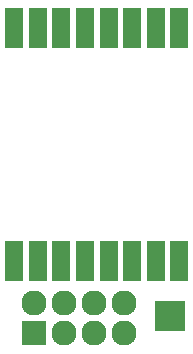
<source format=gbs>
G04 #@! TF.FileFunction,Soldermask,Bot*
%FSLAX46Y46*%
G04 Gerber Fmt 4.6, Leading zero omitted, Abs format (unit mm)*
G04 Created by KiCad (PCBNEW 0.201604300946+6716~44~ubuntu16.04.1-product) date tir 03 maj 2016 17:56:38 CEST*
%MOMM*%
%LPD*%
G01*
G04 APERTURE LIST*
%ADD10C,0.100000*%
%ADD11R,2.127200X2.127200*%
%ADD12O,2.127200X2.127200*%
%ADD13R,1.600000X3.400000*%
%ADD14R,2.635200X2.635200*%
G04 APERTURE END LIST*
D10*
D11*
X19658000Y-42960000D03*
D12*
X19658000Y-40420000D03*
X22198000Y-42960000D03*
X22198000Y-40420000D03*
X24738000Y-42960000D03*
X24738000Y-40420000D03*
X27278000Y-42960000D03*
X27278000Y-40420000D03*
D13*
X17957200Y-17164000D03*
X19957200Y-17164000D03*
X21957200Y-17164000D03*
X23957200Y-17164000D03*
X25957200Y-17164000D03*
X27957200Y-17164000D03*
X29957200Y-17164000D03*
X31957200Y-17164000D03*
X31957200Y-36864000D03*
X29957200Y-36864000D03*
X27957200Y-36864000D03*
X25957200Y-36864000D03*
X23957200Y-36864000D03*
X21957200Y-36864000D03*
X19957200Y-36864000D03*
X17957200Y-36864000D03*
D14*
X31189600Y-41537600D03*
M02*

</source>
